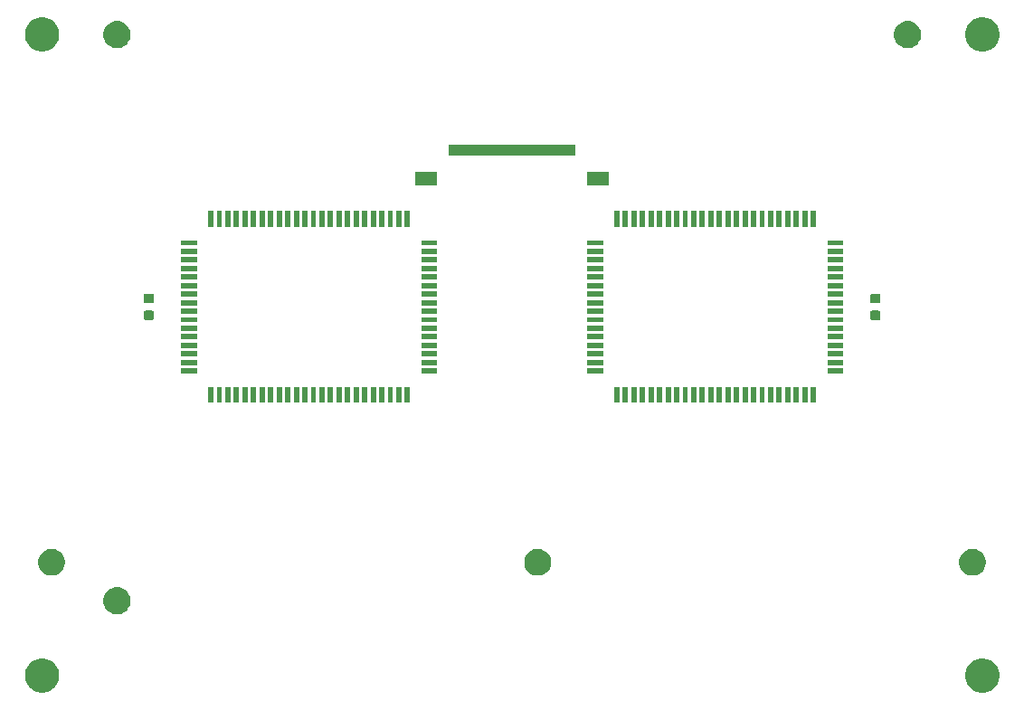
<source format=gbr>
G04 #@! TF.GenerationSoftware,KiCad,Pcbnew,5.1.5+dfsg1-2build2*
G04 #@! TF.CreationDate,2021-03-31T10:31:05+02:00*
G04 #@! TF.ProjectId,ModulAdapterMagnet,4d6f6475-6c41-4646-9170-7465724d6167,rev?*
G04 #@! TF.SameCoordinates,Original*
G04 #@! TF.FileFunction,Soldermask,Bot*
G04 #@! TF.FilePolarity,Negative*
%FSLAX46Y46*%
G04 Gerber Fmt 4.6, Leading zero omitted, Abs format (unit mm)*
G04 Created by KiCad (PCBNEW 5.1.5+dfsg1-2build2) date 2021-03-31 10:31:05*
%MOMM*%
%LPD*%
G04 APERTURE LIST*
%ADD10C,0.100000*%
G04 APERTURE END LIST*
D10*
G36*
X144466703Y-132461486D02*
G01*
X144757883Y-132582097D01*
X145019940Y-132757198D01*
X145242802Y-132980060D01*
X145417903Y-133242117D01*
X145538514Y-133533297D01*
X145600000Y-133842412D01*
X145600000Y-134157588D01*
X145538514Y-134466703D01*
X145417903Y-134757883D01*
X145242802Y-135019940D01*
X145019940Y-135242802D01*
X144757883Y-135417903D01*
X144466703Y-135538514D01*
X144157588Y-135600000D01*
X143842412Y-135600000D01*
X143533297Y-135538514D01*
X143242117Y-135417903D01*
X142980060Y-135242802D01*
X142757198Y-135019940D01*
X142582097Y-134757883D01*
X142461486Y-134466703D01*
X142400000Y-134157588D01*
X142400000Y-133842412D01*
X142461486Y-133533297D01*
X142582097Y-133242117D01*
X142757198Y-132980060D01*
X142980060Y-132757198D01*
X143242117Y-132582097D01*
X143533297Y-132461486D01*
X143842412Y-132400000D01*
X144157588Y-132400000D01*
X144466703Y-132461486D01*
G37*
G36*
X56466703Y-132461486D02*
G01*
X56757883Y-132582097D01*
X57019940Y-132757198D01*
X57242802Y-132980060D01*
X57417903Y-133242117D01*
X57538514Y-133533297D01*
X57600000Y-133842412D01*
X57600000Y-134157588D01*
X57538514Y-134466703D01*
X57417903Y-134757883D01*
X57242802Y-135019940D01*
X57019940Y-135242802D01*
X56757883Y-135417903D01*
X56466703Y-135538514D01*
X56157588Y-135600000D01*
X55842412Y-135600000D01*
X55533297Y-135538514D01*
X55242117Y-135417903D01*
X54980060Y-135242802D01*
X54757198Y-135019940D01*
X54582097Y-134757883D01*
X54461486Y-134466703D01*
X54400000Y-134157588D01*
X54400000Y-133842412D01*
X54461486Y-133533297D01*
X54582097Y-133242117D01*
X54757198Y-132980060D01*
X54980060Y-132757198D01*
X55242117Y-132582097D01*
X55533297Y-132461486D01*
X55842412Y-132400000D01*
X56157588Y-132400000D01*
X56466703Y-132461486D01*
G37*
G36*
X63247764Y-125754402D02*
G01*
X63370445Y-125778805D01*
X63601571Y-125874541D01*
X63809578Y-126013527D01*
X63986473Y-126190422D01*
X64125459Y-126398429D01*
X64221195Y-126629555D01*
X64270000Y-126874916D01*
X64270000Y-127125084D01*
X64221195Y-127370445D01*
X64125459Y-127601571D01*
X63986473Y-127809578D01*
X63809578Y-127986473D01*
X63601571Y-128125459D01*
X63370445Y-128221195D01*
X63247764Y-128245598D01*
X63125085Y-128270000D01*
X62874915Y-128270000D01*
X62752236Y-128245598D01*
X62629555Y-128221195D01*
X62398429Y-128125459D01*
X62190422Y-127986473D01*
X62013527Y-127809578D01*
X61874541Y-127601571D01*
X61778805Y-127370445D01*
X61730000Y-127125084D01*
X61730000Y-126874916D01*
X61778805Y-126629555D01*
X61874541Y-126398429D01*
X62013527Y-126190422D01*
X62190422Y-126013527D01*
X62398429Y-125874541D01*
X62629555Y-125778805D01*
X62752236Y-125754402D01*
X62874915Y-125730000D01*
X63125085Y-125730000D01*
X63247764Y-125754402D01*
G37*
G36*
X143464610Y-122198036D02*
G01*
X143692095Y-122292264D01*
X143692097Y-122292265D01*
X143896828Y-122429062D01*
X144070938Y-122603172D01*
X144207736Y-122807905D01*
X144301964Y-123035390D01*
X144350000Y-123276884D01*
X144350000Y-123523116D01*
X144301964Y-123764610D01*
X144207736Y-123992095D01*
X144207735Y-123992097D01*
X144070938Y-124196828D01*
X143896828Y-124370938D01*
X143692097Y-124507735D01*
X143692096Y-124507736D01*
X143692095Y-124507736D01*
X143464610Y-124601964D01*
X143223116Y-124650000D01*
X142976884Y-124650000D01*
X142735390Y-124601964D01*
X142507905Y-124507736D01*
X142507904Y-124507736D01*
X142507903Y-124507735D01*
X142303172Y-124370938D01*
X142129062Y-124196828D01*
X141992265Y-123992097D01*
X141992264Y-123992095D01*
X141898036Y-123764610D01*
X141850000Y-123523116D01*
X141850000Y-123276884D01*
X141898036Y-123035390D01*
X141992264Y-122807905D01*
X142129062Y-122603172D01*
X142303172Y-122429062D01*
X142507903Y-122292265D01*
X142507905Y-122292264D01*
X142735390Y-122198036D01*
X142976884Y-122150000D01*
X143223116Y-122150000D01*
X143464610Y-122198036D01*
G37*
G36*
X57264610Y-122198036D02*
G01*
X57492095Y-122292264D01*
X57492097Y-122292265D01*
X57696828Y-122429062D01*
X57870938Y-122603172D01*
X58007736Y-122807905D01*
X58101964Y-123035390D01*
X58150000Y-123276884D01*
X58150000Y-123523116D01*
X58101964Y-123764610D01*
X58007736Y-123992095D01*
X58007735Y-123992097D01*
X57870938Y-124196828D01*
X57696828Y-124370938D01*
X57492097Y-124507735D01*
X57492096Y-124507736D01*
X57492095Y-124507736D01*
X57264610Y-124601964D01*
X57023116Y-124650000D01*
X56776884Y-124650000D01*
X56535390Y-124601964D01*
X56307905Y-124507736D01*
X56307904Y-124507736D01*
X56307903Y-124507735D01*
X56103172Y-124370938D01*
X55929062Y-124196828D01*
X55792265Y-123992097D01*
X55792264Y-123992095D01*
X55698036Y-123764610D01*
X55650000Y-123523116D01*
X55650000Y-123276884D01*
X55698036Y-123035390D01*
X55792264Y-122807905D01*
X55929062Y-122603172D01*
X56103172Y-122429062D01*
X56307903Y-122292265D01*
X56307905Y-122292264D01*
X56535390Y-122198036D01*
X56776884Y-122150000D01*
X57023116Y-122150000D01*
X57264610Y-122198036D01*
G37*
G36*
X102764610Y-122198036D02*
G01*
X102992095Y-122292264D01*
X102992097Y-122292265D01*
X103196828Y-122429062D01*
X103370938Y-122603172D01*
X103507736Y-122807905D01*
X103601964Y-123035390D01*
X103650000Y-123276884D01*
X103650000Y-123523116D01*
X103601964Y-123764610D01*
X103507736Y-123992095D01*
X103507735Y-123992097D01*
X103370938Y-124196828D01*
X103196828Y-124370938D01*
X102992097Y-124507735D01*
X102992096Y-124507736D01*
X102992095Y-124507736D01*
X102764610Y-124601964D01*
X102523116Y-124650000D01*
X102276884Y-124650000D01*
X102035390Y-124601964D01*
X101807905Y-124507736D01*
X101807904Y-124507736D01*
X101807903Y-124507735D01*
X101603172Y-124370938D01*
X101429062Y-124196828D01*
X101292265Y-123992097D01*
X101292264Y-123992095D01*
X101198036Y-123764610D01*
X101150000Y-123523116D01*
X101150000Y-123276884D01*
X101198036Y-123035390D01*
X101292264Y-122807905D01*
X101429062Y-122603172D01*
X101603172Y-122429062D01*
X101807903Y-122292265D01*
X101807905Y-122292264D01*
X102035390Y-122198036D01*
X102276884Y-122150000D01*
X102523116Y-122150000D01*
X102764610Y-122198036D01*
G37*
G36*
X72050000Y-108480000D02*
G01*
X71550000Y-108480000D01*
X71550000Y-107000000D01*
X72050000Y-107000000D01*
X72050000Y-108480000D01*
G37*
G36*
X81650000Y-108480000D02*
G01*
X81150000Y-108480000D01*
X81150000Y-107000000D01*
X81650000Y-107000000D01*
X81650000Y-108480000D01*
G37*
G36*
X72850000Y-108480000D02*
G01*
X72350000Y-108480000D01*
X72350000Y-107000000D01*
X72850000Y-107000000D01*
X72850000Y-108480000D01*
G37*
G36*
X73650000Y-108480000D02*
G01*
X73150000Y-108480000D01*
X73150000Y-107000000D01*
X73650000Y-107000000D01*
X73650000Y-108480000D01*
G37*
G36*
X74450000Y-108480000D02*
G01*
X73950000Y-108480000D01*
X73950000Y-107000000D01*
X74450000Y-107000000D01*
X74450000Y-108480000D01*
G37*
G36*
X75250000Y-108480000D02*
G01*
X74750000Y-108480000D01*
X74750000Y-107000000D01*
X75250000Y-107000000D01*
X75250000Y-108480000D01*
G37*
G36*
X76050000Y-108480000D02*
G01*
X75550000Y-108480000D01*
X75550000Y-107000000D01*
X76050000Y-107000000D01*
X76050000Y-108480000D01*
G37*
G36*
X76850000Y-108480000D02*
G01*
X76350000Y-108480000D01*
X76350000Y-107000000D01*
X76850000Y-107000000D01*
X76850000Y-108480000D01*
G37*
G36*
X77650000Y-108480000D02*
G01*
X77150000Y-108480000D01*
X77150000Y-107000000D01*
X77650000Y-107000000D01*
X77650000Y-108480000D01*
G37*
G36*
X78450000Y-108480000D02*
G01*
X77950000Y-108480000D01*
X77950000Y-107000000D01*
X78450000Y-107000000D01*
X78450000Y-108480000D01*
G37*
G36*
X79250000Y-108480000D02*
G01*
X78750000Y-108480000D01*
X78750000Y-107000000D01*
X79250000Y-107000000D01*
X79250000Y-108480000D01*
G37*
G36*
X83250000Y-108480000D02*
G01*
X82750000Y-108480000D01*
X82750000Y-107000000D01*
X83250000Y-107000000D01*
X83250000Y-108480000D01*
G37*
G36*
X80050000Y-108480000D02*
G01*
X79550000Y-108480000D01*
X79550000Y-107000000D01*
X80050000Y-107000000D01*
X80050000Y-108480000D01*
G37*
G36*
X80850000Y-108480000D02*
G01*
X80350000Y-108480000D01*
X80350000Y-107000000D01*
X80850000Y-107000000D01*
X80850000Y-108480000D01*
G37*
G36*
X126050000Y-108480000D02*
G01*
X125550000Y-108480000D01*
X125550000Y-107000000D01*
X126050000Y-107000000D01*
X126050000Y-108480000D01*
G37*
G36*
X82450000Y-108480000D02*
G01*
X81950000Y-108480000D01*
X81950000Y-107000000D01*
X82450000Y-107000000D01*
X82450000Y-108480000D01*
G37*
G36*
X84050000Y-108480000D02*
G01*
X83550000Y-108480000D01*
X83550000Y-107000000D01*
X84050000Y-107000000D01*
X84050000Y-108480000D01*
G37*
G36*
X84850000Y-108480000D02*
G01*
X84350000Y-108480000D01*
X84350000Y-107000000D01*
X84850000Y-107000000D01*
X84850000Y-108480000D01*
G37*
G36*
X85650000Y-108480000D02*
G01*
X85150000Y-108480000D01*
X85150000Y-107000000D01*
X85650000Y-107000000D01*
X85650000Y-108480000D01*
G37*
G36*
X86450000Y-108480000D02*
G01*
X85950000Y-108480000D01*
X85950000Y-107000000D01*
X86450000Y-107000000D01*
X86450000Y-108480000D01*
G37*
G36*
X87250000Y-108480000D02*
G01*
X86750000Y-108480000D01*
X86750000Y-107000000D01*
X87250000Y-107000000D01*
X87250000Y-108480000D01*
G37*
G36*
X88050000Y-108480000D02*
G01*
X87550000Y-108480000D01*
X87550000Y-107000000D01*
X88050000Y-107000000D01*
X88050000Y-108480000D01*
G37*
G36*
X88850000Y-108480000D02*
G01*
X88350000Y-108480000D01*
X88350000Y-107000000D01*
X88850000Y-107000000D01*
X88850000Y-108480000D01*
G37*
G36*
X89650000Y-108480000D02*
G01*
X89150000Y-108480000D01*
X89150000Y-107000000D01*
X89650000Y-107000000D01*
X89650000Y-108480000D01*
G37*
G36*
X117250000Y-108480000D02*
G01*
X116750000Y-108480000D01*
X116750000Y-107000000D01*
X117250000Y-107000000D01*
X117250000Y-108480000D01*
G37*
G36*
X125250000Y-108480000D02*
G01*
X124750000Y-108480000D01*
X124750000Y-107000000D01*
X125250000Y-107000000D01*
X125250000Y-108480000D01*
G37*
G36*
X127650000Y-108480000D02*
G01*
X127150000Y-108480000D01*
X127150000Y-107000000D01*
X127650000Y-107000000D01*
X127650000Y-108480000D01*
G37*
G36*
X90450000Y-108480000D02*
G01*
X89950000Y-108480000D01*
X89950000Y-107000000D01*
X90450000Y-107000000D01*
X90450000Y-108480000D01*
G37*
G36*
X126850000Y-108480000D02*
G01*
X126350000Y-108480000D01*
X126350000Y-107000000D01*
X126850000Y-107000000D01*
X126850000Y-108480000D01*
G37*
G36*
X110050000Y-108480000D02*
G01*
X109550000Y-108480000D01*
X109550000Y-107000000D01*
X110050000Y-107000000D01*
X110050000Y-108480000D01*
G37*
G36*
X110850000Y-108480000D02*
G01*
X110350000Y-108480000D01*
X110350000Y-107000000D01*
X110850000Y-107000000D01*
X110850000Y-108480000D01*
G37*
G36*
X111650000Y-108480000D02*
G01*
X111150000Y-108480000D01*
X111150000Y-107000000D01*
X111650000Y-107000000D01*
X111650000Y-108480000D01*
G37*
G36*
X112450000Y-108480000D02*
G01*
X111950000Y-108480000D01*
X111950000Y-107000000D01*
X112450000Y-107000000D01*
X112450000Y-108480000D01*
G37*
G36*
X113250000Y-108480000D02*
G01*
X112750000Y-108480000D01*
X112750000Y-107000000D01*
X113250000Y-107000000D01*
X113250000Y-108480000D01*
G37*
G36*
X114050000Y-108480000D02*
G01*
X113550000Y-108480000D01*
X113550000Y-107000000D01*
X114050000Y-107000000D01*
X114050000Y-108480000D01*
G37*
G36*
X114850000Y-108480000D02*
G01*
X114350000Y-108480000D01*
X114350000Y-107000000D01*
X114850000Y-107000000D01*
X114850000Y-108480000D01*
G37*
G36*
X122050000Y-108480000D02*
G01*
X121550000Y-108480000D01*
X121550000Y-107000000D01*
X122050000Y-107000000D01*
X122050000Y-108480000D01*
G37*
G36*
X124450000Y-108480000D02*
G01*
X123950000Y-108480000D01*
X123950000Y-107000000D01*
X124450000Y-107000000D01*
X124450000Y-108480000D01*
G37*
G36*
X123650000Y-108480000D02*
G01*
X123150000Y-108480000D01*
X123150000Y-107000000D01*
X123650000Y-107000000D01*
X123650000Y-108480000D01*
G37*
G36*
X122850000Y-108480000D02*
G01*
X122350000Y-108480000D01*
X122350000Y-107000000D01*
X122850000Y-107000000D01*
X122850000Y-108480000D01*
G37*
G36*
X115650000Y-108480000D02*
G01*
X115150000Y-108480000D01*
X115150000Y-107000000D01*
X115650000Y-107000000D01*
X115650000Y-108480000D01*
G37*
G36*
X121250000Y-108480000D02*
G01*
X120750000Y-108480000D01*
X120750000Y-107000000D01*
X121250000Y-107000000D01*
X121250000Y-108480000D01*
G37*
G36*
X120450000Y-108480000D02*
G01*
X119950000Y-108480000D01*
X119950000Y-107000000D01*
X120450000Y-107000000D01*
X120450000Y-108480000D01*
G37*
G36*
X119650000Y-108480000D02*
G01*
X119150000Y-108480000D01*
X119150000Y-107000000D01*
X119650000Y-107000000D01*
X119650000Y-108480000D01*
G37*
G36*
X118850000Y-108480000D02*
G01*
X118350000Y-108480000D01*
X118350000Y-107000000D01*
X118850000Y-107000000D01*
X118850000Y-108480000D01*
G37*
G36*
X118050000Y-108480000D02*
G01*
X117550000Y-108480000D01*
X117550000Y-107000000D01*
X118050000Y-107000000D01*
X118050000Y-108480000D01*
G37*
G36*
X128450000Y-108480000D02*
G01*
X127950000Y-108480000D01*
X127950000Y-107000000D01*
X128450000Y-107000000D01*
X128450000Y-108480000D01*
G37*
G36*
X116450000Y-108480000D02*
G01*
X115950000Y-108480000D01*
X115950000Y-107000000D01*
X116450000Y-107000000D01*
X116450000Y-108480000D01*
G37*
G36*
X92980000Y-105750000D02*
G01*
X91500000Y-105750000D01*
X91500000Y-105250000D01*
X92980000Y-105250000D01*
X92980000Y-105750000D01*
G37*
G36*
X108500000Y-105750000D02*
G01*
X107020000Y-105750000D01*
X107020000Y-105250000D01*
X108500000Y-105250000D01*
X108500000Y-105750000D01*
G37*
G36*
X130980000Y-105750000D02*
G01*
X129500000Y-105750000D01*
X129500000Y-105250000D01*
X130980000Y-105250000D01*
X130980000Y-105750000D01*
G37*
G36*
X70500000Y-105750000D02*
G01*
X69020000Y-105750000D01*
X69020000Y-105250000D01*
X70500000Y-105250000D01*
X70500000Y-105750000D01*
G37*
G36*
X108500000Y-104950000D02*
G01*
X107020000Y-104950000D01*
X107020000Y-104450000D01*
X108500000Y-104450000D01*
X108500000Y-104950000D01*
G37*
G36*
X130980000Y-104950000D02*
G01*
X129500000Y-104950000D01*
X129500000Y-104450000D01*
X130980000Y-104450000D01*
X130980000Y-104950000D01*
G37*
G36*
X70500000Y-104950000D02*
G01*
X69020000Y-104950000D01*
X69020000Y-104450000D01*
X70500000Y-104450000D01*
X70500000Y-104950000D01*
G37*
G36*
X92980000Y-104950000D02*
G01*
X91500000Y-104950000D01*
X91500000Y-104450000D01*
X92980000Y-104450000D01*
X92980000Y-104950000D01*
G37*
G36*
X70500000Y-104150000D02*
G01*
X69020000Y-104150000D01*
X69020000Y-103650000D01*
X70500000Y-103650000D01*
X70500000Y-104150000D01*
G37*
G36*
X108500000Y-104150000D02*
G01*
X107020000Y-104150000D01*
X107020000Y-103650000D01*
X108500000Y-103650000D01*
X108500000Y-104150000D01*
G37*
G36*
X92980000Y-104150000D02*
G01*
X91500000Y-104150000D01*
X91500000Y-103650000D01*
X92980000Y-103650000D01*
X92980000Y-104150000D01*
G37*
G36*
X130980000Y-104150000D02*
G01*
X129500000Y-104150000D01*
X129500000Y-103650000D01*
X130980000Y-103650000D01*
X130980000Y-104150000D01*
G37*
G36*
X92980000Y-103350000D02*
G01*
X91500000Y-103350000D01*
X91500000Y-102850000D01*
X92980000Y-102850000D01*
X92980000Y-103350000D01*
G37*
G36*
X130980000Y-103350000D02*
G01*
X129500000Y-103350000D01*
X129500000Y-102850000D01*
X130980000Y-102850000D01*
X130980000Y-103350000D01*
G37*
G36*
X108500000Y-103350000D02*
G01*
X107020000Y-103350000D01*
X107020000Y-102850000D01*
X108500000Y-102850000D01*
X108500000Y-103350000D01*
G37*
G36*
X70500000Y-103350000D02*
G01*
X69020000Y-103350000D01*
X69020000Y-102850000D01*
X70500000Y-102850000D01*
X70500000Y-103350000D01*
G37*
G36*
X70500000Y-102550000D02*
G01*
X69020000Y-102550000D01*
X69020000Y-102050000D01*
X70500000Y-102050000D01*
X70500000Y-102550000D01*
G37*
G36*
X92980000Y-102550000D02*
G01*
X91500000Y-102550000D01*
X91500000Y-102050000D01*
X92980000Y-102050000D01*
X92980000Y-102550000D01*
G37*
G36*
X108500000Y-102550000D02*
G01*
X107020000Y-102550000D01*
X107020000Y-102050000D01*
X108500000Y-102050000D01*
X108500000Y-102550000D01*
G37*
G36*
X130980000Y-102550000D02*
G01*
X129500000Y-102550000D01*
X129500000Y-102050000D01*
X130980000Y-102050000D01*
X130980000Y-102550000D01*
G37*
G36*
X108500000Y-101750000D02*
G01*
X107020000Y-101750000D01*
X107020000Y-101250000D01*
X108500000Y-101250000D01*
X108500000Y-101750000D01*
G37*
G36*
X70500000Y-101750000D02*
G01*
X69020000Y-101750000D01*
X69020000Y-101250000D01*
X70500000Y-101250000D01*
X70500000Y-101750000D01*
G37*
G36*
X92980000Y-101750000D02*
G01*
X91500000Y-101750000D01*
X91500000Y-101250000D01*
X92980000Y-101250000D01*
X92980000Y-101750000D01*
G37*
G36*
X130980000Y-101750000D02*
G01*
X129500000Y-101750000D01*
X129500000Y-101250000D01*
X130980000Y-101250000D01*
X130980000Y-101750000D01*
G37*
G36*
X130980000Y-100950000D02*
G01*
X129500000Y-100950000D01*
X129500000Y-100450000D01*
X130980000Y-100450000D01*
X130980000Y-100950000D01*
G37*
G36*
X108500000Y-100950000D02*
G01*
X107020000Y-100950000D01*
X107020000Y-100450000D01*
X108500000Y-100450000D01*
X108500000Y-100950000D01*
G37*
G36*
X92980000Y-100950000D02*
G01*
X91500000Y-100950000D01*
X91500000Y-100450000D01*
X92980000Y-100450000D01*
X92980000Y-100950000D01*
G37*
G36*
X70500000Y-100950000D02*
G01*
X69020000Y-100950000D01*
X69020000Y-100450000D01*
X70500000Y-100450000D01*
X70500000Y-100950000D01*
G37*
G36*
X134349116Y-99853595D02*
G01*
X134378311Y-99862452D01*
X134405223Y-99876837D01*
X134428808Y-99896192D01*
X134448163Y-99919777D01*
X134462548Y-99946689D01*
X134471405Y-99975884D01*
X134475000Y-100012390D01*
X134475000Y-100562610D01*
X134471405Y-100599116D01*
X134462548Y-100628311D01*
X134448163Y-100655223D01*
X134428808Y-100678808D01*
X134405223Y-100698163D01*
X134378311Y-100712548D01*
X134349116Y-100721405D01*
X134312610Y-100725000D01*
X133687390Y-100725000D01*
X133650884Y-100721405D01*
X133621689Y-100712548D01*
X133594777Y-100698163D01*
X133571192Y-100678808D01*
X133551837Y-100655223D01*
X133537452Y-100628311D01*
X133528595Y-100599116D01*
X133525000Y-100562610D01*
X133525000Y-100012390D01*
X133528595Y-99975884D01*
X133537452Y-99946689D01*
X133551837Y-99919777D01*
X133571192Y-99896192D01*
X133594777Y-99876837D01*
X133621689Y-99862452D01*
X133650884Y-99853595D01*
X133687390Y-99850000D01*
X134312610Y-99850000D01*
X134349116Y-99853595D01*
G37*
G36*
X66349116Y-99853595D02*
G01*
X66378311Y-99862452D01*
X66405223Y-99876837D01*
X66428808Y-99896192D01*
X66448163Y-99919777D01*
X66462548Y-99946689D01*
X66471405Y-99975884D01*
X66475000Y-100012390D01*
X66475000Y-100562610D01*
X66471405Y-100599116D01*
X66462548Y-100628311D01*
X66448163Y-100655223D01*
X66428808Y-100678808D01*
X66405223Y-100698163D01*
X66378311Y-100712548D01*
X66349116Y-100721405D01*
X66312610Y-100725000D01*
X65687390Y-100725000D01*
X65650884Y-100721405D01*
X65621689Y-100712548D01*
X65594777Y-100698163D01*
X65571192Y-100678808D01*
X65551837Y-100655223D01*
X65537452Y-100628311D01*
X65528595Y-100599116D01*
X65525000Y-100562610D01*
X65525000Y-100012390D01*
X65528595Y-99975884D01*
X65537452Y-99946689D01*
X65551837Y-99919777D01*
X65571192Y-99896192D01*
X65594777Y-99876837D01*
X65621689Y-99862452D01*
X65650884Y-99853595D01*
X65687390Y-99850000D01*
X66312610Y-99850000D01*
X66349116Y-99853595D01*
G37*
G36*
X108500000Y-100150000D02*
G01*
X107020000Y-100150000D01*
X107020000Y-99650000D01*
X108500000Y-99650000D01*
X108500000Y-100150000D01*
G37*
G36*
X130980000Y-100150000D02*
G01*
X129500000Y-100150000D01*
X129500000Y-99650000D01*
X130980000Y-99650000D01*
X130980000Y-100150000D01*
G37*
G36*
X70500000Y-100150000D02*
G01*
X69020000Y-100150000D01*
X69020000Y-99650000D01*
X70500000Y-99650000D01*
X70500000Y-100150000D01*
G37*
G36*
X92980000Y-100150000D02*
G01*
X91500000Y-100150000D01*
X91500000Y-99650000D01*
X92980000Y-99650000D01*
X92980000Y-100150000D01*
G37*
G36*
X92980000Y-99350000D02*
G01*
X91500000Y-99350000D01*
X91500000Y-98850000D01*
X92980000Y-98850000D01*
X92980000Y-99350000D01*
G37*
G36*
X108500000Y-99350000D02*
G01*
X107020000Y-99350000D01*
X107020000Y-98850000D01*
X108500000Y-98850000D01*
X108500000Y-99350000D01*
G37*
G36*
X70500000Y-99350000D02*
G01*
X69020000Y-99350000D01*
X69020000Y-98850000D01*
X70500000Y-98850000D01*
X70500000Y-99350000D01*
G37*
G36*
X130980000Y-99350000D02*
G01*
X129500000Y-99350000D01*
X129500000Y-98850000D01*
X130980000Y-98850000D01*
X130980000Y-99350000D01*
G37*
G36*
X66349116Y-98278595D02*
G01*
X66378311Y-98287452D01*
X66405223Y-98301837D01*
X66428808Y-98321192D01*
X66448163Y-98344777D01*
X66462548Y-98371689D01*
X66471405Y-98400884D01*
X66475000Y-98437390D01*
X66475000Y-98987610D01*
X66471405Y-99024116D01*
X66462548Y-99053311D01*
X66448163Y-99080223D01*
X66428808Y-99103808D01*
X66405223Y-99123163D01*
X66378311Y-99137548D01*
X66349116Y-99146405D01*
X66312610Y-99150000D01*
X65687390Y-99150000D01*
X65650884Y-99146405D01*
X65621689Y-99137548D01*
X65594777Y-99123163D01*
X65571192Y-99103808D01*
X65551837Y-99080223D01*
X65537452Y-99053311D01*
X65528595Y-99024116D01*
X65525000Y-98987610D01*
X65525000Y-98437390D01*
X65528595Y-98400884D01*
X65537452Y-98371689D01*
X65551837Y-98344777D01*
X65571192Y-98321192D01*
X65594777Y-98301837D01*
X65621689Y-98287452D01*
X65650884Y-98278595D01*
X65687390Y-98275000D01*
X66312610Y-98275000D01*
X66349116Y-98278595D01*
G37*
G36*
X134349116Y-98278595D02*
G01*
X134378311Y-98287452D01*
X134405223Y-98301837D01*
X134428808Y-98321192D01*
X134448163Y-98344777D01*
X134462548Y-98371689D01*
X134471405Y-98400884D01*
X134475000Y-98437390D01*
X134475000Y-98987610D01*
X134471405Y-99024116D01*
X134462548Y-99053311D01*
X134448163Y-99080223D01*
X134428808Y-99103808D01*
X134405223Y-99123163D01*
X134378311Y-99137548D01*
X134349116Y-99146405D01*
X134312610Y-99150000D01*
X133687390Y-99150000D01*
X133650884Y-99146405D01*
X133621689Y-99137548D01*
X133594777Y-99123163D01*
X133571192Y-99103808D01*
X133551837Y-99080223D01*
X133537452Y-99053311D01*
X133528595Y-99024116D01*
X133525000Y-98987610D01*
X133525000Y-98437390D01*
X133528595Y-98400884D01*
X133537452Y-98371689D01*
X133551837Y-98344777D01*
X133571192Y-98321192D01*
X133594777Y-98301837D01*
X133621689Y-98287452D01*
X133650884Y-98278595D01*
X133687390Y-98275000D01*
X134312610Y-98275000D01*
X134349116Y-98278595D01*
G37*
G36*
X92980000Y-98550000D02*
G01*
X91500000Y-98550000D01*
X91500000Y-98050000D01*
X92980000Y-98050000D01*
X92980000Y-98550000D01*
G37*
G36*
X108500000Y-98550000D02*
G01*
X107020000Y-98550000D01*
X107020000Y-98050000D01*
X108500000Y-98050000D01*
X108500000Y-98550000D01*
G37*
G36*
X130980000Y-98550000D02*
G01*
X129500000Y-98550000D01*
X129500000Y-98050000D01*
X130980000Y-98050000D01*
X130980000Y-98550000D01*
G37*
G36*
X70500000Y-98550000D02*
G01*
X69020000Y-98550000D01*
X69020000Y-98050000D01*
X70500000Y-98050000D01*
X70500000Y-98550000D01*
G37*
G36*
X92980000Y-97750000D02*
G01*
X91500000Y-97750000D01*
X91500000Y-97250000D01*
X92980000Y-97250000D01*
X92980000Y-97750000D01*
G37*
G36*
X108500000Y-97750000D02*
G01*
X107020000Y-97750000D01*
X107020000Y-97250000D01*
X108500000Y-97250000D01*
X108500000Y-97750000D01*
G37*
G36*
X70500000Y-97750000D02*
G01*
X69020000Y-97750000D01*
X69020000Y-97250000D01*
X70500000Y-97250000D01*
X70500000Y-97750000D01*
G37*
G36*
X130980000Y-97750000D02*
G01*
X129500000Y-97750000D01*
X129500000Y-97250000D01*
X130980000Y-97250000D01*
X130980000Y-97750000D01*
G37*
G36*
X70500000Y-96950000D02*
G01*
X69020000Y-96950000D01*
X69020000Y-96450000D01*
X70500000Y-96450000D01*
X70500000Y-96950000D01*
G37*
G36*
X92980000Y-96950000D02*
G01*
X91500000Y-96950000D01*
X91500000Y-96450000D01*
X92980000Y-96450000D01*
X92980000Y-96950000D01*
G37*
G36*
X108500000Y-96950000D02*
G01*
X107020000Y-96950000D01*
X107020000Y-96450000D01*
X108500000Y-96450000D01*
X108500000Y-96950000D01*
G37*
G36*
X130980000Y-96950000D02*
G01*
X129500000Y-96950000D01*
X129500000Y-96450000D01*
X130980000Y-96450000D01*
X130980000Y-96950000D01*
G37*
G36*
X108500000Y-96150000D02*
G01*
X107020000Y-96150000D01*
X107020000Y-95650000D01*
X108500000Y-95650000D01*
X108500000Y-96150000D01*
G37*
G36*
X92980000Y-96150000D02*
G01*
X91500000Y-96150000D01*
X91500000Y-95650000D01*
X92980000Y-95650000D01*
X92980000Y-96150000D01*
G37*
G36*
X70500000Y-96150000D02*
G01*
X69020000Y-96150000D01*
X69020000Y-95650000D01*
X70500000Y-95650000D01*
X70500000Y-96150000D01*
G37*
G36*
X130980000Y-96150000D02*
G01*
X129500000Y-96150000D01*
X129500000Y-95650000D01*
X130980000Y-95650000D01*
X130980000Y-96150000D01*
G37*
G36*
X130980000Y-95350000D02*
G01*
X129500000Y-95350000D01*
X129500000Y-94850000D01*
X130980000Y-94850000D01*
X130980000Y-95350000D01*
G37*
G36*
X108500000Y-95350000D02*
G01*
X107020000Y-95350000D01*
X107020000Y-94850000D01*
X108500000Y-94850000D01*
X108500000Y-95350000D01*
G37*
G36*
X92980000Y-95350000D02*
G01*
X91500000Y-95350000D01*
X91500000Y-94850000D01*
X92980000Y-94850000D01*
X92980000Y-95350000D01*
G37*
G36*
X70500000Y-95350000D02*
G01*
X69020000Y-95350000D01*
X69020000Y-94850000D01*
X70500000Y-94850000D01*
X70500000Y-95350000D01*
G37*
G36*
X108500000Y-94550000D02*
G01*
X107020000Y-94550000D01*
X107020000Y-94050000D01*
X108500000Y-94050000D01*
X108500000Y-94550000D01*
G37*
G36*
X92980000Y-94550000D02*
G01*
X91500000Y-94550000D01*
X91500000Y-94050000D01*
X92980000Y-94050000D01*
X92980000Y-94550000D01*
G37*
G36*
X130980000Y-94550000D02*
G01*
X129500000Y-94550000D01*
X129500000Y-94050000D01*
X130980000Y-94050000D01*
X130980000Y-94550000D01*
G37*
G36*
X70500000Y-94550000D02*
G01*
X69020000Y-94550000D01*
X69020000Y-94050000D01*
X70500000Y-94050000D01*
X70500000Y-94550000D01*
G37*
G36*
X130980000Y-93750000D02*
G01*
X129500000Y-93750000D01*
X129500000Y-93250000D01*
X130980000Y-93250000D01*
X130980000Y-93750000D01*
G37*
G36*
X108500000Y-93750000D02*
G01*
X107020000Y-93750000D01*
X107020000Y-93250000D01*
X108500000Y-93250000D01*
X108500000Y-93750000D01*
G37*
G36*
X92980000Y-93750000D02*
G01*
X91500000Y-93750000D01*
X91500000Y-93250000D01*
X92980000Y-93250000D01*
X92980000Y-93750000D01*
G37*
G36*
X70500000Y-93750000D02*
G01*
X69020000Y-93750000D01*
X69020000Y-93250000D01*
X70500000Y-93250000D01*
X70500000Y-93750000D01*
G37*
G36*
X115650000Y-92000000D02*
G01*
X115150000Y-92000000D01*
X115150000Y-90520000D01*
X115650000Y-90520000D01*
X115650000Y-92000000D01*
G37*
G36*
X79250000Y-92000000D02*
G01*
X78750000Y-92000000D01*
X78750000Y-90520000D01*
X79250000Y-90520000D01*
X79250000Y-92000000D01*
G37*
G36*
X89650000Y-92000000D02*
G01*
X89150000Y-92000000D01*
X89150000Y-90520000D01*
X89650000Y-90520000D01*
X89650000Y-92000000D01*
G37*
G36*
X88050000Y-92000000D02*
G01*
X87550000Y-92000000D01*
X87550000Y-90520000D01*
X88050000Y-90520000D01*
X88050000Y-92000000D01*
G37*
G36*
X87250000Y-92000000D02*
G01*
X86750000Y-92000000D01*
X86750000Y-90520000D01*
X87250000Y-90520000D01*
X87250000Y-92000000D01*
G37*
G36*
X86450000Y-92000000D02*
G01*
X85950000Y-92000000D01*
X85950000Y-90520000D01*
X86450000Y-90520000D01*
X86450000Y-92000000D01*
G37*
G36*
X85650000Y-92000000D02*
G01*
X85150000Y-92000000D01*
X85150000Y-90520000D01*
X85650000Y-90520000D01*
X85650000Y-92000000D01*
G37*
G36*
X84850000Y-92000000D02*
G01*
X84350000Y-92000000D01*
X84350000Y-90520000D01*
X84850000Y-90520000D01*
X84850000Y-92000000D01*
G37*
G36*
X84050000Y-92000000D02*
G01*
X83550000Y-92000000D01*
X83550000Y-90520000D01*
X84050000Y-90520000D01*
X84050000Y-92000000D01*
G37*
G36*
X83250000Y-92000000D02*
G01*
X82750000Y-92000000D01*
X82750000Y-90520000D01*
X83250000Y-90520000D01*
X83250000Y-92000000D01*
G37*
G36*
X82450000Y-92000000D02*
G01*
X81950000Y-92000000D01*
X81950000Y-90520000D01*
X82450000Y-90520000D01*
X82450000Y-92000000D01*
G37*
G36*
X81650000Y-92000000D02*
G01*
X81150000Y-92000000D01*
X81150000Y-90520000D01*
X81650000Y-90520000D01*
X81650000Y-92000000D01*
G37*
G36*
X117250000Y-92000000D02*
G01*
X116750000Y-92000000D01*
X116750000Y-90520000D01*
X117250000Y-90520000D01*
X117250000Y-92000000D01*
G37*
G36*
X80850000Y-92000000D02*
G01*
X80350000Y-92000000D01*
X80350000Y-90520000D01*
X80850000Y-90520000D01*
X80850000Y-92000000D01*
G37*
G36*
X80050000Y-92000000D02*
G01*
X79550000Y-92000000D01*
X79550000Y-90520000D01*
X80050000Y-90520000D01*
X80050000Y-92000000D01*
G37*
G36*
X126050000Y-92000000D02*
G01*
X125550000Y-92000000D01*
X125550000Y-90520000D01*
X126050000Y-90520000D01*
X126050000Y-92000000D01*
G37*
G36*
X125250000Y-92000000D02*
G01*
X124750000Y-92000000D01*
X124750000Y-90520000D01*
X125250000Y-90520000D01*
X125250000Y-92000000D01*
G37*
G36*
X124450000Y-92000000D02*
G01*
X123950000Y-92000000D01*
X123950000Y-90520000D01*
X124450000Y-90520000D01*
X124450000Y-92000000D01*
G37*
G36*
X123650000Y-92000000D02*
G01*
X123150000Y-92000000D01*
X123150000Y-90520000D01*
X123650000Y-90520000D01*
X123650000Y-92000000D01*
G37*
G36*
X122850000Y-92000000D02*
G01*
X122350000Y-92000000D01*
X122350000Y-90520000D01*
X122850000Y-90520000D01*
X122850000Y-92000000D01*
G37*
G36*
X122050000Y-92000000D02*
G01*
X121550000Y-92000000D01*
X121550000Y-90520000D01*
X122050000Y-90520000D01*
X122050000Y-92000000D01*
G37*
G36*
X126850000Y-92000000D02*
G01*
X126350000Y-92000000D01*
X126350000Y-90520000D01*
X126850000Y-90520000D01*
X126850000Y-92000000D01*
G37*
G36*
X127650000Y-92000000D02*
G01*
X127150000Y-92000000D01*
X127150000Y-90520000D01*
X127650000Y-90520000D01*
X127650000Y-92000000D01*
G37*
G36*
X128450000Y-92000000D02*
G01*
X127950000Y-92000000D01*
X127950000Y-90520000D01*
X128450000Y-90520000D01*
X128450000Y-92000000D01*
G37*
G36*
X114050000Y-92000000D02*
G01*
X113550000Y-92000000D01*
X113550000Y-90520000D01*
X114050000Y-90520000D01*
X114050000Y-92000000D01*
G37*
G36*
X76850000Y-92000000D02*
G01*
X76350000Y-92000000D01*
X76350000Y-90520000D01*
X76850000Y-90520000D01*
X76850000Y-92000000D01*
G37*
G36*
X88850000Y-92000000D02*
G01*
X88350000Y-92000000D01*
X88350000Y-90520000D01*
X88850000Y-90520000D01*
X88850000Y-92000000D01*
G37*
G36*
X77650000Y-92000000D02*
G01*
X77150000Y-92000000D01*
X77150000Y-90520000D01*
X77650000Y-90520000D01*
X77650000Y-92000000D01*
G37*
G36*
X78450000Y-92000000D02*
G01*
X77950000Y-92000000D01*
X77950000Y-90520000D01*
X78450000Y-90520000D01*
X78450000Y-92000000D01*
G37*
G36*
X76050000Y-92000000D02*
G01*
X75550000Y-92000000D01*
X75550000Y-90520000D01*
X76050000Y-90520000D01*
X76050000Y-92000000D01*
G37*
G36*
X75250000Y-92000000D02*
G01*
X74750000Y-92000000D01*
X74750000Y-90520000D01*
X75250000Y-90520000D01*
X75250000Y-92000000D01*
G37*
G36*
X74450000Y-92000000D02*
G01*
X73950000Y-92000000D01*
X73950000Y-90520000D01*
X74450000Y-90520000D01*
X74450000Y-92000000D01*
G37*
G36*
X121250000Y-92000000D02*
G01*
X120750000Y-92000000D01*
X120750000Y-90520000D01*
X121250000Y-90520000D01*
X121250000Y-92000000D01*
G37*
G36*
X72850000Y-92000000D02*
G01*
X72350000Y-92000000D01*
X72350000Y-90520000D01*
X72850000Y-90520000D01*
X72850000Y-92000000D01*
G37*
G36*
X72050000Y-92000000D02*
G01*
X71550000Y-92000000D01*
X71550000Y-90520000D01*
X72050000Y-90520000D01*
X72050000Y-92000000D01*
G37*
G36*
X116450000Y-92000000D02*
G01*
X115950000Y-92000000D01*
X115950000Y-90520000D01*
X116450000Y-90520000D01*
X116450000Y-92000000D01*
G37*
G36*
X118850000Y-92000000D02*
G01*
X118350000Y-92000000D01*
X118350000Y-90520000D01*
X118850000Y-90520000D01*
X118850000Y-92000000D01*
G37*
G36*
X114850000Y-92000000D02*
G01*
X114350000Y-92000000D01*
X114350000Y-90520000D01*
X114850000Y-90520000D01*
X114850000Y-92000000D01*
G37*
G36*
X113250000Y-92000000D02*
G01*
X112750000Y-92000000D01*
X112750000Y-90520000D01*
X113250000Y-90520000D01*
X113250000Y-92000000D01*
G37*
G36*
X112450000Y-92000000D02*
G01*
X111950000Y-92000000D01*
X111950000Y-90520000D01*
X112450000Y-90520000D01*
X112450000Y-92000000D01*
G37*
G36*
X111650000Y-92000000D02*
G01*
X111150000Y-92000000D01*
X111150000Y-90520000D01*
X111650000Y-90520000D01*
X111650000Y-92000000D01*
G37*
G36*
X110850000Y-92000000D02*
G01*
X110350000Y-92000000D01*
X110350000Y-90520000D01*
X110850000Y-90520000D01*
X110850000Y-92000000D01*
G37*
G36*
X110050000Y-92000000D02*
G01*
X109550000Y-92000000D01*
X109550000Y-90520000D01*
X110050000Y-90520000D01*
X110050000Y-92000000D01*
G37*
G36*
X90450000Y-92000000D02*
G01*
X89950000Y-92000000D01*
X89950000Y-90520000D01*
X90450000Y-90520000D01*
X90450000Y-92000000D01*
G37*
G36*
X73650000Y-92000000D02*
G01*
X73150000Y-92000000D01*
X73150000Y-90520000D01*
X73650000Y-90520000D01*
X73650000Y-92000000D01*
G37*
G36*
X120450000Y-92000000D02*
G01*
X119950000Y-92000000D01*
X119950000Y-90520000D01*
X120450000Y-90520000D01*
X120450000Y-92000000D01*
G37*
G36*
X119650000Y-92000000D02*
G01*
X119150000Y-92000000D01*
X119150000Y-90520000D01*
X119650000Y-90520000D01*
X119650000Y-92000000D01*
G37*
G36*
X118050000Y-92000000D02*
G01*
X117550000Y-92000000D01*
X117550000Y-90520000D01*
X118050000Y-90520000D01*
X118050000Y-92000000D01*
G37*
G36*
X109050000Y-88150000D02*
G01*
X107050000Y-88150000D01*
X107050000Y-86850000D01*
X109050000Y-86850000D01*
X109050000Y-88150000D01*
G37*
G36*
X92950000Y-88150000D02*
G01*
X90950000Y-88150000D01*
X90950000Y-86850000D01*
X92950000Y-86850000D01*
X92950000Y-88150000D01*
G37*
G36*
X105900000Y-85300000D02*
G01*
X94100000Y-85300000D01*
X94100000Y-84300000D01*
X105900000Y-84300000D01*
X105900000Y-85300000D01*
G37*
G36*
X144466703Y-72461486D02*
G01*
X144757883Y-72582097D01*
X145019940Y-72757198D01*
X145242802Y-72980060D01*
X145417903Y-73242117D01*
X145538514Y-73533297D01*
X145600000Y-73842412D01*
X145600000Y-74157588D01*
X145538514Y-74466703D01*
X145417903Y-74757883D01*
X145242802Y-75019940D01*
X145019940Y-75242802D01*
X144757883Y-75417903D01*
X144466703Y-75538514D01*
X144157588Y-75600000D01*
X143842412Y-75600000D01*
X143533297Y-75538514D01*
X143242117Y-75417903D01*
X142980060Y-75242802D01*
X142757198Y-75019940D01*
X142582097Y-74757883D01*
X142461486Y-74466703D01*
X142400000Y-74157588D01*
X142400000Y-73842412D01*
X142461486Y-73533297D01*
X142582097Y-73242117D01*
X142757198Y-72980060D01*
X142980060Y-72757198D01*
X143242117Y-72582097D01*
X143533297Y-72461486D01*
X143842412Y-72400000D01*
X144157588Y-72400000D01*
X144466703Y-72461486D01*
G37*
G36*
X56466703Y-72461486D02*
G01*
X56757883Y-72582097D01*
X57019940Y-72757198D01*
X57242802Y-72980060D01*
X57417903Y-73242117D01*
X57538514Y-73533297D01*
X57600000Y-73842412D01*
X57600000Y-74157588D01*
X57538514Y-74466703D01*
X57417903Y-74757883D01*
X57242802Y-75019940D01*
X57019940Y-75242802D01*
X56757883Y-75417903D01*
X56466703Y-75538514D01*
X56157588Y-75600000D01*
X55842412Y-75600000D01*
X55533297Y-75538514D01*
X55242117Y-75417903D01*
X54980060Y-75242802D01*
X54757198Y-75019940D01*
X54582097Y-74757883D01*
X54461486Y-74466703D01*
X54400000Y-74157588D01*
X54400000Y-73842412D01*
X54461486Y-73533297D01*
X54582097Y-73242117D01*
X54757198Y-72980060D01*
X54980060Y-72757198D01*
X55242117Y-72582097D01*
X55533297Y-72461486D01*
X55842412Y-72400000D01*
X56157588Y-72400000D01*
X56466703Y-72461486D01*
G37*
G36*
X137247765Y-72754403D02*
G01*
X137370445Y-72778805D01*
X137601571Y-72874541D01*
X137809578Y-73013527D01*
X137986473Y-73190422D01*
X138125459Y-73398429D01*
X138221195Y-73629555D01*
X138270000Y-73874916D01*
X138270000Y-74125084D01*
X138221195Y-74370445D01*
X138125459Y-74601571D01*
X137986473Y-74809578D01*
X137809578Y-74986473D01*
X137601571Y-75125459D01*
X137370445Y-75221195D01*
X137247765Y-75245597D01*
X137125085Y-75270000D01*
X136874915Y-75270000D01*
X136752235Y-75245597D01*
X136629555Y-75221195D01*
X136398429Y-75125459D01*
X136190422Y-74986473D01*
X136013527Y-74809578D01*
X135874541Y-74601571D01*
X135778805Y-74370445D01*
X135730000Y-74125084D01*
X135730000Y-73874916D01*
X135778805Y-73629555D01*
X135874541Y-73398429D01*
X136013527Y-73190422D01*
X136190422Y-73013527D01*
X136398429Y-72874541D01*
X136629555Y-72778805D01*
X136752235Y-72754403D01*
X136874915Y-72730000D01*
X137125085Y-72730000D01*
X137247765Y-72754403D01*
G37*
G36*
X63247765Y-72754403D02*
G01*
X63370445Y-72778805D01*
X63601571Y-72874541D01*
X63809578Y-73013527D01*
X63986473Y-73190422D01*
X64125459Y-73398429D01*
X64221195Y-73629555D01*
X64270000Y-73874916D01*
X64270000Y-74125084D01*
X64221195Y-74370445D01*
X64125459Y-74601571D01*
X63986473Y-74809578D01*
X63809578Y-74986473D01*
X63601571Y-75125459D01*
X63370445Y-75221195D01*
X63247765Y-75245597D01*
X63125085Y-75270000D01*
X62874915Y-75270000D01*
X62752235Y-75245597D01*
X62629555Y-75221195D01*
X62398429Y-75125459D01*
X62190422Y-74986473D01*
X62013527Y-74809578D01*
X61874541Y-74601571D01*
X61778805Y-74370445D01*
X61730000Y-74125084D01*
X61730000Y-73874916D01*
X61778805Y-73629555D01*
X61874541Y-73398429D01*
X62013527Y-73190422D01*
X62190422Y-73013527D01*
X62398429Y-72874541D01*
X62629555Y-72778805D01*
X62752235Y-72754403D01*
X62874915Y-72730000D01*
X63125085Y-72730000D01*
X63247765Y-72754403D01*
G37*
M02*

</source>
